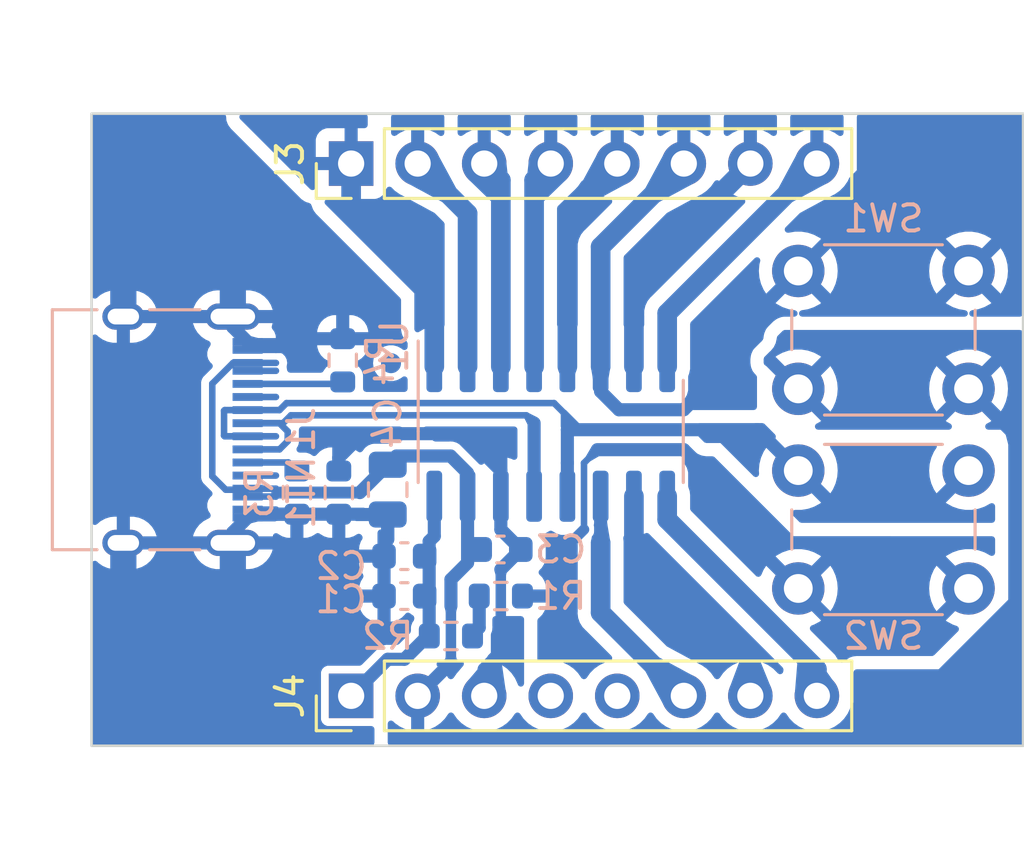
<source format=kicad_pcb>
(kicad_pcb (version 20221018) (generator pcbnew)
  (title_block (title "CH552 Breakout Board USB-C") (date "2024-03-17") (rev "A"))
  (layers (0 "F.Cu" signal) (31 "B.Cu" signal) (34 "B.Paste" user) (35 "F.Paste" user) (36 "B.SilkS" user "B.Silkscreen") (37 "F.SilkS" user "F.Silkscreen") (38 "B.Mask" user) (39 "F.Mask" user) (44 "Edge.Cuts" user))
  (net 0 "")
  (net 1 "+3V3")
  (net 2 "GND")
  (net 3 "+5V")
  (net 4 "Net-(J3-Pin_8)")
  (net 5 "Net-(J3-Pin_7)")
  (net 6 "Net-(J3-Pin_5)")
  (net 7 "Net-(J3-Pin_4)")
  (net 8 "/RST")
  (net 9 "Net-(J3-Pin_3)")
  (net 10 "Net-(J3-Pin_2)")
  (net 11 "Net-(J3-Pin_1)")
  (net 12 "Net-(J4-Pin_8)")
  (net 13 "Net-(J4-Pin_7)")
  (net 14 "Net-(J4-Pin_6)")
  (net 15 "/USB_DP")
  (net 16 "/USB_DN")
  (net 19 "Net-(R1-Pad1)")
  (net 20 "Net-(R1-Pad2)")
  (net 21 "Net-(J1-CC1)")
  (net 22 "unconnected-(J1-SBU1-PadA8)")
  (net 23 "Net-(J1-CC2)")
  (net 24 "unconnected-(J1-SBU2-PadB8)")
  (net 25 "GNDD")
  (footprint "Connector_PinHeader_2.54mm:PinHeader_1x08_P2.54mm_Vertical" (layer "F.Cu") (at 136.907 111.759 90)
    (fp_text reference "J4" (at 0 -2.33 90) (layer "F.SilkS"))
    (fp_text value "Conn_01x08_Pin")
    (fp_line (start -1.33 -1.33) (end 0 -1.33) (stroke (width 0.12)) (layer "F.SilkS"))
    (fp_line (start -1.33 0) (end -1.33 -1.33) (stroke (width 0.12)) (layer "F.SilkS"))
    (fp_line (start -1.33 1.27) (end -1.33 19.11) (stroke (width 0.12)) (layer "F.SilkS"))
    (fp_line (start -1.33 1.27) (end 1.33 1.27) (stroke (width 0.12)) (layer "F.SilkS"))
    (fp_line (start -1.33 19.11) (end 1.33 19.11) (stroke (width 0.12)) (layer "F.SilkS"))
    (fp_line (start 1.33 1.27) (end 1.33 19.11) (stroke (width 0.12)) (layer "F.SilkS"))
    (pad "1" thru_hole rect (at 0 0 90) (size 1.7 1.7) (drill 1) (layers "*.Cu" "*.Mask") (net 1 "+3V3"))
    (pad "2" thru_hole oval (at 0 2.54 90) (size 1.7 1.7) (drill 1) (layers "*.Cu" "*.Mask") (net 3 "+5V"))
    (pad "3" thru_hole oval (at 0 5.08 90) (size 1.7 1.7) (drill 1) (layers "*.Cu" "*.Mask") (net 25 "GNDD"))
    (pad "4" thru_hole oval (at 0 7.62 90) (size 1.7 1.7) (drill 1) (layers "*.Cu" "*.Mask"))
    (pad "5" thru_hole oval (at 0 10.16 90) (size 1.7 1.7) (drill 1) (layers "*.Cu" "*.Mask"))
    (pad "6" thru_hole oval (at 0 12.7 90) (size 1.7 1.7) (drill 1) (layers "*.Cu" "*.Mask") (net 14 "Net-(J4-Pin_6)"))
    (pad "7" thru_hole oval (at 0 15.24 90) (size 1.7 1.7) (drill 1) (layers "*.Cu" "*.Mask") (net 13 "Net-(J4-Pin_7)"))
    (pad "8" thru_hole oval (at 0 17.78 90) (size 1.7 1.7) (drill 1) (layers "*.Cu" "*.Mask") (net 12 "Net-(J4-Pin_8)"))
  )
  (footprint "Connector_PinHeader_2.54mm:PinHeader_1x08_P2.54mm_Vertical" (layer "F.Cu") (at 136.907 91.439 90)
    (fp_text reference "J3" (at 0 -2.33 90) (layer "F.SilkS"))
    (fp_text value "Conn_01x08_Pin")
    (fp_line (start -1.33 -1.33) (end 0 -1.33) (stroke (width 0.12)) (layer "F.SilkS"))
    (fp_line (start -1.33 0) (end -1.33 -1.33) (stroke (width 0.12)) (layer "F.SilkS"))
    (fp_line (start -1.33 1.27) (end -1.33 19.11) (stroke (width 0.12)) (layer "F.SilkS"))
    (fp_line (start -1.33 1.27) (end 1.33 1.27) (stroke (width 0.12)) (layer "F.SilkS"))
    (fp_line (start -1.33 19.11) (end 1.33 19.11) (stroke (width 0.12)) (layer "F.SilkS"))
    (fp_line (start 1.33 1.27) (end 1.33 19.11) (stroke (width 0.12)) (layer "F.SilkS"))
    (pad "1" thru_hole rect (at 0 0 90) (size 1.7 1.7) (drill 1) (layers "*.Cu" "*.Mask") (net 11 "Net-(J3-Pin_1)"))
    (pad "2" thru_hole oval (at 0 2.54 90) (size 1.7 1.7) (drill 1) (layers "*.Cu" "*.Mask") (net 10 "Net-(J3-Pin_2)"))
    (pad "3" thru_hole oval (at 0 5.08 90) (size 1.7 1.7) (drill 1) (layers "*.Cu" "*.Mask") (net 9 "Net-(J3-Pin_3)"))
    (pad "4" thru_hole oval (at 0 7.62 90) (size 1.7 1.7) (drill 1) (layers "*.Cu" "*.Mask") (net 7 "Net-(J3-Pin_4)"))
    (pad "5" thru_hole oval (at 0 10.16 90) (size 1.7 1.7) (drill 1) (layers "*.Cu" "*.Mask") (net 6 "Net-(J3-Pin_5)"))
    (pad "6" thru_hole oval (at 0 12.7 90) (size 1.7 1.7) (drill 1) (layers "*.Cu" "*.Mask") (net 8 "/RST"))
    (pad "7" thru_hole oval (at 0 15.24 90) (size 1.7 1.7) (drill 1) (layers "*.Cu" "*.Mask") (net 5 "Net-(J3-Pin_7)"))
    (pad "8" thru_hole oval (at 0 17.78 90) (size 1.7 1.7) (drill 1) (layers "*.Cu" "*.Mask") (net 4 "Net-(J3-Pin_8)"))
  )
  (footprint "Button_Switch_THT:SW_PUSH_6mm" (layer "B.Cu") (at 160.477 95.539 180)
    (fp_text reference "SW1" (at 3.25 2) (layer "B.SilkS") (effects (justify mirror)))
    (fp_text value "SW_Push")
    (fp_line (start -0.25 -1.5) (end -0.25 -3) (stroke (width 0.12)) (layer "B.SilkS"))
    (fp_line (start 1 -5.5) (end 5.5 -5.5) (stroke (width 0.12)) (layer "B.SilkS"))
    (fp_line (start 5.5 1) (end 1 1) (stroke (width 0.12)) (layer "B.SilkS"))
    (fp_line (start 6.75 -3) (end 6.75 -1.5) (stroke (width 0.12)) (layer "B.SilkS"))
    (pad "1" thru_hole circle (at 0 0 90) (size 2 2) (drill 1.1) (layers "*.Cu" "*.Mask") (net 8 "/RST"))
    (pad "1" thru_hole circle (at 6.5 0 90) (size 2 2) (drill 1.1) (layers "*.Cu" "*.Mask") (net 8 "/RST"))
    (pad "2" thru_hole circle (at 0 -4.5 90) (size 2 2) (drill 1.1) (layers "*.Cu" "*.Mask") (net 3 "+5V"))
    (pad "2" thru_hole circle (at 6.5 -4.5 90) (size 2 2) (drill 1.1) (layers "*.Cu" "*.Mask") (net 3 "+5V"))
  )
  (footprint "Button_Switch_THT:SW_PUSH_6mm" (layer "B.Cu") (at 160.477 103.159 180)
    (fp_text reference "SW2" (at 3.25 -6.314) (layer "B.SilkS") (effects (justify mirror)))
    (fp_text value "SW_Push")
    (fp_line (start -0.25 -1.5) (end -0.25 -3) (stroke (width 0.12)) (layer "B.SilkS"))
    (fp_line (start 1 -5.5) (end 5.5 -5.5) (stroke (width 0.12)) (layer "B.SilkS"))
    (fp_line (start 5.5 1) (end 1 1) (stroke (width 0.12)) (layer "B.SilkS"))
    (fp_line (start 6.75 -3) (end 6.75 -1.5) (stroke (width 0.12)) (layer "B.SilkS"))
    (pad "1" thru_hole circle (at 0 0 90) (size 2 2) (drill 1.1) (layers "*.Cu" "*.Mask") (net 15 "/USB_DP"))
    (pad "1" thru_hole circle (at 6.5 0 90) (size 2 2) (drill 1.1) (layers "*.Cu" "*.Mask") (net 15 "/USB_DP"))
    (pad "2" thru_hole circle (at 0 -4.5 90) (size 2 2) (drill 1.1) (layers "*.Cu" "*.Mask") (net 19 "Net-(R1-Pad1)"))
    (pad "2" thru_hole circle (at 6.5 -4.5 90) (size 2 2) (drill 1.1) (layers "*.Cu" "*.Mask") (net 19 "Net-(R1-Pad1)"))
  )
  (footprint "Resistor_SMD:R_0603_1608Metric" (layer "B.Cu") (at 134.836 104 -90)
    (fp_text reference "R3" (at 0 1.43 90) (layer "B.SilkS") (effects (justify mirror)))
    (fp_text value "5.1k")
    (fp_line (start -0.237258 -0.5225) (end 0.237258 -0.5225) (stroke (width 0.12)) (layer "B.SilkS"))
    (fp_line (start -0.237258 0.5225) (end 0.237258 0.5225) (stroke (width 0.12)) (layer "B.SilkS"))
    (pad "1" smd roundrect (at -0.825 0 270) (size 0.8 0.95) (layers "B.Cu" "B.Paste" "B.Mask") (net 21 "Net-(J1-CC1)"))
    (pad "2" smd roundrect (at 0.825 0 270) (size 0.8 0.95) (layers "B.Cu" "B.Paste" "B.Mask") (net 2 "GND"))
  )
  (footprint "Resistor_SMD:R_0603_1608Metric" (layer "B.Cu") (at 142.622 107.949 180)
    (fp_text reference "R1" (at -2.285 -0.001) (layer "B.SilkS") (effects (justify mirror)))
    (fp_text value "103")
    (fp_line (start -0.237258 -0.5225) (end 0.237258 -0.5225) (stroke (width 0.12)) (layer "B.SilkS"))
    (fp_line (start -0.237258 0.5225) (end 0.237258 0.5225) (stroke (width 0.12)) (layer "B.SilkS"))
    (pad "1" smd roundrect (at -0.825 0 180) (size 0.8 0.95) (layers "B.Cu" "B.Paste" "B.Mask") (net 19 "Net-(R1-Pad1)"))
    (pad "2" smd roundrect (at 0.825 0 180) (size 0.8 0.95) (layers "B.Cu" "B.Paste" "B.Mask") (net 20 "Net-(R1-Pad2)"))
  )
  (footprint "Capacitor_SMD:C_0603_1608Metric" (layer "B.Cu") (at 142.609 106.171)
    (fp_text reference "C3" (at 2.298 0.001 180) (layer "B.SilkS") (effects (justify mirror)))
    (fp_text value "104")
    (fp_line (start -0.14058 -0.51) (end 0.14058 -0.51) (stroke (width 0.12)) (layer "B.SilkS"))
    (fp_line (start -0.14058 0.51) (end 0.14058 0.51) (stroke (width 0.12)) (layer "B.SilkS"))
    (pad "1" smd roundrect (at -0.775 0) (size 0.9 0.95) (layers "B.Cu" "B.Paste" "B.Mask") (net 3 "+5V"))
    (pad "2" smd roundrect (at 0.775 0) (size 0.9 0.95) (layers "B.Cu" "B.Paste" "B.Mask") (net 25 "GNDD"))
  )
  (footprint "Package_SO:SOIC-16_3.9x9.9mm_P1.27mm" (layer "B.Cu") (at 144.527 101.664 -90)
    (fp_text reference "U1" (at -3.24 5.969 90) (layer "B.SilkS") (effects (justify mirror)))
    (fp_text value "CH552G")
    (fp_line (start 0 -5.06) (end -1.95 -5.06) (stroke (width 0.12)) (layer "B.SilkS"))
    (fp_line (start 0 -5.06) (end 1.95 -5.06) (stroke (width 0.12)) (layer "B.SilkS"))
    (fp_line (start 0 5.06) (end -3.45 5.06) (stroke (width 0.12)) (layer "B.SilkS"))
    (fp_line (start 0 5.06) (end 1.95 5.06) (stroke (width 0.12)) (layer "B.SilkS"))
    (pad "1" smd roundrect (at -2.475 4.445 270) (size 1.95 0.6) (layers "B.Cu" "B.Paste" "B.Mask") (net 11 "Net-(J3-Pin_1)"))
    (pad "2" smd roundrect (at -2.475 3.175 270) (size 1.95 0.6) (layers "B.Cu" "B.Paste" "B.Mask") (net 10 "Net-(J3-Pin_2)"))
    (pad "3" smd roundrect (at -2.475 1.905 270) (size 1.95 0.6) (layers "B.Cu" "B.Paste" "B.Mask") (net 9 "Net-(J3-Pin_3)"))
    (pad "4" smd roundrect (at -2.475 0.635 270) (size 1.95 0.6) (layers "B.Cu" "B.Paste" "B.Mask") (net 7 "Net-(J3-Pin_4)"))
    (pad "5" smd roundrect (at -2.475 -0.635 270) (size 1.95 0.6) (layers "B.Cu" "B.Paste" "B.Mask") (net 6 "Net-(J3-Pin_5)"))
    (pad "6" smd roundrect (at -2.475 -1.905 270) (size 1.95 0.6) (layers "B.Cu" "B.Paste" "B.Mask") (net 8 "/RST"))
    (pad "7" smd roundrect (at -2.475 -3.175 270) (size 1.95 0.6) (layers "B.Cu" "B.Paste" "B.Mask") (net 5 "Net-(J3-Pin_7)"))
    (pad "8" smd roundrect (at -2.475 -4.445 270) (size 1.95 0.6) (layers "B.Cu" "B.Paste" "B.Mask") (net 4 "Net-(J3-Pin_8)"))
    (pad "9" smd roundrect (at 2.475 -4.445 270) (size 1.95 0.6) (layers "B.Cu" "B.Paste" "B.Mask") (net 12 "Net-(J4-Pin_8)"))
    (pad "10" smd roundrect (at 2.475 -3.175 270) (size 1.95 0.6) (layers "B.Cu" "B.Paste" "B.Mask") (net 13 "Net-(J4-Pin_7)"))
    (pad "11" smd roundrect (at 2.475 -1.905 270) (size 1.95 0.6) (layers "B.Cu" "B.Paste" "B.Mask") (net 14 "Net-(J4-Pin_6)"))
    (pad "12" smd roundrect (at 2.475 -0.635 270) (size 1.95 0.6) (layers "B.Cu" "B.Paste" "B.Mask") (net 15 "/USB_DP"))
    (pad "13" smd roundrect (at 2.475 0.635 270) (size 1.95 0.6) (layers "B.Cu" "B.Paste" "B.Mask") (net 16 "/USB_DN"))
    (pad "14" smd roundrect (at 2.475 1.905 270) (size 1.95 0.6) (layers "B.Cu" "B.Paste" "B.Mask") (net 25 "GNDD"))
    (pad "15" smd roundrect (at 2.475 3.175 270) (size 1.95 0.6) (layers "B.Cu" "B.Paste" "B.Mask") (net 3 "+5V"))
    (pad "16" smd roundrect (at 2.475 4.445 270) (size 1.95 0.6) (layers "B.Cu" "B.Paste" "B.Mask") (net 1 "+3V3"))
  )
  (footprint "Resistor_SMD:R_0603_1608Metric" (layer "B.Cu") (at 136.436 104 -90)
    (fp_text reference "NT1" (at 0 1.43 90) (layer "B.SilkS") (effects (justify mirror)))
    (fp_text value "NetTie_2")
    (fp_line (start -0.237258 -0.5225) (end 0.237258 -0.5225) (stroke (width 0.12)) (layer "B.SilkS"))
    (fp_line (start -0.237258 0.5225) (end 0.237258 0.5225) (stroke (width 0.12)) (layer "B.SilkS"))
    (pad "1" smd roundrect (at -0.825 0 270) (size 0.8 0.95) (layers "B.Cu" "B.Paste" "B.Mask") (net 25 "GNDD"))
    (pad "2" smd roundrect (at 0.825 0 270) (size 0.8 0.95) (layers "B.Cu" "B.Paste" "B.Mask") (net 2 "GND"))
  )
  (footprint "Capacitor_SMD:C_0603_1608Metric" (layer "B.Cu") (at 138.938 106.426 180)
    (fp_text reference "C2" (at 2.413 -0.381) (layer "B.SilkS") (effects (justify mirror)))
    (fp_text value "104")
    (fp_line (start -0.14058 -0.51) (end 0.14058 -0.51) (stroke (width 0.12)) (layer "B.SilkS"))
    (fp_line (start -0.14058 0.51) (end 0.14058 0.51) (stroke (width 0.12)) (layer "B.SilkS"))
    (pad "1" smd roundrect (at -0.775 0 180) (size 0.9 0.95) (layers "B.Cu" "B.Paste" "B.Mask") (net 1 "+3V3"))
    (pad "2" smd roundrect (at 0.775 0 180) (size 0.9 0.95) (layers "B.Cu" "B.Paste" "B.Mask") (net 2 "GND"))
  )
  (footprint "Capacitor_SMD:C_0603_1608Metric" (layer "B.Cu") (at 138.938 107.95 180)
    (fp_text reference "C1" (at 2.413 -0.127) (layer "B.SilkS") (effects (justify mirror)))
    (fp_text value "104")
    (fp_line (start -0.14058 -0.51) (end 0.14058 -0.51) (stroke (width 0.12)) (layer "B.SilkS"))
    (fp_line (start -0.14058 0.51) (end 0.14058 0.51) (stroke (width 0.12)) (layer "B.SilkS"))
    (pad "1" smd roundrect (at -0.775 0 180) (size 0.9 0.95) (layers "B.Cu" "B.Paste" "B.Mask") (net 1 "+3V3"))
    (pad "2" smd roundrect (at 0.775 0 180) (size 0.9 0.95) (layers "B.Cu" "B.Paste" "B.Mask") (net 2 "GND"))
  )
  (footprint "Resistor_SMD:R_0603_1608Metric" (layer "B.Cu") (at 140.716 109.474 180)
    (fp_text reference "R2" (at 2.413 0) (layer "B.SilkS") (effects (justify mirror)))
    (fp_text value "0")
    (fp_line (start -0.237258 -0.5225) (end 0.237258 -0.5225) (stroke (width 0.12)) (layer "B.SilkS"))
    (fp_line (start -0.237258 0.5225) (end 0.237258 0.5225) (stroke (width 0.12)) (layer "B.SilkS"))
    (pad "1" smd roundrect (at -0.825 0 180) (size 0.8 0.95) (layers "B.Cu" "B.Paste" "B.Mask") (net 20 "Net-(R1-Pad2)"))
    (pad "2" smd roundrect (at 0.825 0 180) (size 0.8 0.95) (layers "B.Cu" "B.Paste" "B.Mask") (net 1 "+3V3"))
  )
  (footprint "Resistor_SMD:R_0603_1608Metric" (layer "B.Cu") (at 136.586 98.95 90)
    (fp_text reference "R4" (at 0 1.43 90) (layer "B.SilkS") (effects (justify mirror)))
    (fp_text value "5.1k")
    (fp_line (start -0.237258 -0.5225) (end 0.237258 -0.5225) (stroke (width 0.12)) (layer "B.SilkS"))
    (fp_line (start -0.237258 0.5225) (end 0.237258 0.5225) (stroke (width 0.12)) (layer "B.SilkS"))
    (pad "1" smd roundrect (at -0.825 0 90) (size 0.8 0.95) (layers "B.Cu" "B.Paste" "B.Mask") (net 23 "Net-(J1-CC2)"))
    (pad "2" smd roundrect (at 0.825 0 90) (size 0.8 0.95) (layers "B.Cu" "B.Paste" "B.Mask") (net 2 "GND"))
  )
  (footprint "Connector_USB:USB_C_Receptacle_XKB_U262-16XN-4BVC11" (layer "B.Cu") (at 129.286 101.6 90)
    (fp_text reference "J1" (at 0 5.715 90) (layer "B.SilkS") (effects (justify mirror)))
    (fp_text value "USB_C_Receptacle_USB2.0_16P")
    (fp_line (start -4.58 -3.785) (end -4.58 -2.08) (stroke (width 0.12)) (layer "B.SilkS"))
    (fp_line (start -4.58 1.85) (end -4.58 -0.07) (stroke (width 0.12)) (layer "B.SilkS"))
    (fp_line (start 4.58 -3.785) (end -4.58 -3.785) (stroke (width 0.12)) (layer "B.SilkS"))
    (fp_line (start 4.58 -2.08) (end 4.58 -3.785) (stroke (width 0.12)) (layer "B.SilkS"))
    (fp_line (start 4.58 -0.07) (end 4.58 1.85) (stroke (width 0.12)) (layer "B.SilkS"))
    (pad "" np_thru_hole circle (at -2.89 2.605 90) (size 0.65 0.65) (drill 0.65) (layers "*.Cu" "*.Mask"))
    (pad "" np_thru_hole circle (at 2.89 2.605 90) (size 0.65 0.65) (drill 0.65) (layers "*.Cu" "*.Mask"))
    (pad "A1" smd rect (at -3.35 3.67 90) (size 0.3 1.15) (layers "B.Cu" "B.Paste" "B.Mask") (net 2 "GND"))
    (pad "A4" smd rect (at -2.55 3.67 90) (size 0.3 1.15) (layers "B.Cu" "B.Paste" "B.Mask") (net 3 "+5V"))
    (pad "A5" smd rect (at -1.25 3.67 90) (size 0.3 1.15) (layers "B.Cu" "B.Paste" "B.Mask") (net 21 "Net-(J1-CC1)"))
    (pad "A6" smd rect (at -0.25 3.67 90) (size 0.3 1.15) (layers "B.Cu" "B.Paste" "B.Mask") (net 15 "/USB_DP"))
    (pad "A7" smd rect (at 0.25 3.67 90) (size 0.3 1.15) (layers "B.Cu" "B.Paste" "B.Mask") (net 16 "/USB_DN"))
    (pad "A8" smd rect (at 1.25 3.67 90) (size 0.3 1.15) (layers "B.Cu" "B.Paste" "B.Mask") (net 22 "unconnected-(J1-SBU1-PadA8)"))
    (pad "A9" smd rect (at 2.55 3.67 90) (size 0.3 1.15) (layers "B.Cu" "B.Paste" "B.Mask") (net 3 "+5V"))
    (pad "A12" smd rect (at 3.35 3.67 90) (size 0.3 1.15) (layers "B.Cu" "B.Paste" "B.Mask") (net 2 "GND"))
    (pad "B1" smd rect (at 3.05 3.67 90) (size 0.3 1.15) (layers "B.Cu" "B.Paste" "B.Mask") (net 2 "GND"))
    (pad "B4" smd rect (at 2.25 3.67 90) (size 0.3 1.15) (layers "B.Cu" "B.Paste" "B.Mask") (net 3 "+5V"))
    (pad "B5" smd rect (at 1.75 3.67 90) (size 0.3 1.15) (layers "B.Cu" "B.Paste" "B.Mask") (net 23 "Net-(J1-CC2)"))
    (pad "B6" smd rect (at 0.75 3.67 90) (size 0.3 1.15) (layers "B.Cu" "B.Paste" "B.Mask") (net 15 "/USB_DP"))
    (pad "B7" smd rect (at -0.75 3.67 90) (size 0.3 1.15) (layers "B.Cu" "B.Paste" "B.Mask") (net 16 "/USB_DN"))
    (pad "B8" smd rect (at -1.75 3.67 90) (size 0.3 1.15) (layers "B.Cu" "B.Paste" "B.Mask") (net 24 "unconnected-(J1-SBU2-PadB8)"))
    (pad "B9" smd rect (at -2.25 3.67 90) (size 0.3 1.15) (layers "B.Cu" "B.Paste" "B.Mask") (net 3 "+5V"))
    (pad "B12" smd rect (at -3.05 3.67 90) (size 0.3 1.15) (layers "B.Cu" "B.Paste" "B.Mask") (net 2 "GND"))
    (pad "S1" thru_hole oval (at -4.32 -1.075 90) (size 1 1.6) (drill oval 0.6 1.2) (layers "*.Cu" "*.Mask") (net 2 "GND"))
    (pad "S1" thru_hole oval (at -4.32 3.105 90) (size 1 2.1) (drill oval 0.6 1.7) (layers "*.Cu" "*.Mask") (net 2 "GND"))
    (pad "S1" thru_hole oval (at 4.32 -1.075 90) (size 1 1.6) (drill oval 0.6 1.2) (layers "*.Cu" "*.Mask") (net 2 "GND"))
    (pad "S1" thru_hole oval (at 4.32 3.105 90) (size 1 2.1) (drill oval 0.6 1.7) (layers "*.Cu" "*.Mask") (net 2 "GND"))
  )
  (footprint "Capacitor_SMD:C_0805_2012Metric" (layer "B.Cu") (at 138.303 103.886 -90)
    (fp_text reference "C4" (at -2.54 0 90) (layer "B.SilkS") (effects (justify mirror)))
    (fp_text value "105")
    (fp_line (start -0.261252 -0.735) (end 0.261252 -0.735) (stroke (width 0.12)) (layer "B.SilkS"))
    (fp_line (start -0.261252 0.735) (end 0.261252 0.735) (stroke (width 0.12)) (layer "B.SilkS"))
    (pad "1" smd roundrect (at -0.95 0 270) (size 1 1.45) (layers "B.Cu" "B.Paste" "B.Mask") (net 3 "+5V"))
    (pad "2" smd roundrect (at 0.95 0 270) (size 1 1.45) (layers "B.Cu" "B.Paste" "B.Mask") (net 2 "GND"))
  )
  (gr_circle (center 138.43 99.06) (end 138.811 99.06) (fill solid) (layer "B.Cu"))
  (gr_rect (start 127 89.535) (end 162.56 113.665) (stroke (width 0.1)) (fill none) (layer "Edge.Cuts"))
  (segment (start 136.907 111.759) (end 138.303 110.363) (width 0.5) (layer "B.Cu") (net 1))
  (segment (start 138.938 110.363) (end 139.886 109.415) (width 0.5) (layer "B.Cu") (net 1))
  (segment (start 139.886 109.415) (end 139.886 105.859) (width 0.5) (layer "B.Cu") (net 1))
  (segment (start 140.082 105.663) (end 140.082 104.139) (width 0.5) (layer "B.Cu") (net 1))
  (segment (start 139.886 105.859) (end 140.082 105.663) (width 0.5) (layer "B.Cu") (net 1))
  (segment (start 138.303 110.363) (end 138.938 110.363) (width 0.5) (layer "B.Cu") (net 1))
  (segment (start 128.211 107.891) (end 128.397 108.077) (width 1) (layer "B.Cu") (net 2))
  (segment (start 132.956 104.65) (end 134.036 104.65) (width 0.25) (layer "B.Cu") (net 2))
  (segment (start 132.956 98.55) (end 134.036 98.55) (width 0.25) (layer "B.Cu") (net 2))
  (segment (start 128.211 97.28) (end 128.211 95.309) (width 1) (layer "B.Cu") (net 2))
  (segment (start 132.391 97.28) (end 132.391 97.685) (width 0.5) (layer "B.Cu") (net 2))
  (segment (start 134.036 98.55) (end 134.836 98.55) (width 0.25) (layer "B.Cu") (net 2))
  (segment (start 134.061 104.825) (end 134.836 104.825) (width 0.5) (layer "B.Cu") (net 2))
  (segment (start 132.391 105.515) (end 132.956 104.95) (width 0.5) (layer "B.Cu") (net 2))
  (segment (start 132.391 105.92) (end 132.391 105.515) (width 0.5) (layer "B.Cu") (net 2))
  (segment (start 132.956 98.25) (end 134.036 98.25) (width 0.25) (layer "B.Cu") (net 2))
  (segment (start 132.391 105.92) (end 132.391 107.639) (width 1) (layer "B.Cu") (net 2))
  (segment (start 132.391 95.307) (end 132.207 95.123) (width 1) (layer "B.Cu") (net 2))
  (segment (start 132.391 107.639) (end 132.334 107.696) (width 1) (layer "B.Cu") (net 2))
  (segment (start 138.292 104.825) (end 138.303 104.836) (width 0.4) (layer "B.Cu") (net 2))
  (segment (start 128.211 105.92) (end 128.211 107.891) (width 1) (layer "B.Cu") (net 2))
  (segment (start 134.036 104.8) (end 134.061 104.825) (width 0.5) (layer "B.Cu") (net 2))
  (segment (start 134.036 104.65) (end 134.036 104.8) (width 0.25) (layer "B.Cu") (net 2))
  (segment (start 132.391 97.28) (end 132.391 95.307) (width 1) (layer "B.Cu") (net 2))
  (segment (start 128.211 95.309) (end 128.524 94.996) (width 1) (layer "B.Cu") (net 2))
  (segment (start 136.436 104.825) (end 138.292 104.825) (width 0.4) (layer "B.Cu") (net 2))
  (segment (start 138.163 106.426) (end 138.163 105.931) (width 0.5) (layer "B.Cu") (net 2))
  (segment (start 134.036 104.8) (end 134.036 104.95) (width 0.25) (layer "B.Cu") (net 2))
  (segment (start 138.303 105.791) (end 138.303 104.836) (width 0.5) (layer "B.Cu") (net 2))
  (segment (start 134.836 104.825) (end 136.436 104.825) (width 0.4) (layer "B.Cu") (net 2))
  (segment (start 132.956 104.95) (end 134.036 104.95) (width 0.25) (layer "B.Cu") (net 2))
  (segment (start 132.391 97.685) (end 132.956 98.25) (width 0.5) (layer "B.Cu") (net 2))
  (segment (start 138.163 105.931) (end 138.303 105.791) (width 0.5) (layer "B.Cu") (net 2))
  (segment (start 140.716 110.488) (end 140.716 108.332) (width 0.4) (layer "B.Cu") (net 3))
  (segment (start 141.352 106.68) (end 140.717 107.315) (width 0.5) (layer "B.Cu") (net 3))
  (segment (start 139.447 111.759) (end 139.447 113.539) (width 0.25) (layer "B.Cu") (net 3))
  (segment (start 131.606 103.375) (end 131.606 99.843528) (width 0.25) (layer "B.Cu") (net 3))
  (segment (start 131.606 99.843528) (end 132.399528 99.05) (width 0.25) (layer "B.Cu") (net 3))
  (segment (start 132.956 99.35) (end 134.036 99.35) (width 0.25) (layer "B.Cu") (net 3))
  (segment (start 140.716 108.332) (end 140.717 108.331) (width 0.25) (layer "B.Cu") (net 3))
  (segment (start 138.637 102.602) (end 138.303 102.936) (width 0.5) (layer "B.Cu") (net 3))
  (segment (start 132.399528 99.05) (end 132.956 99.05) (width 0.25) (layer "B.Cu") (net 3))
  (segment (start 132.121 103.89) (end 131.606 103.375) (width 0.25) (layer "B.Cu") (net 3))
  (segment (start 141.352 103.25) (end 140.704 102.602) (width 0.5) (layer "B.Cu") (net 3))
  (segment (start 160.493 100.039) (end 162.1165 101.6625) (width 0.5) (layer "B.Cu") (net 3))
  (segment (start 140.704 102.602) (end 138.637 102.602) (width 0.5) (layer "B.Cu") (net 3))
  (segment (start 162.1165 108.1395) (end 162.1165 101.6625) (width 0.25) (layer "B.Cu") (net 3))
  (segment (start 156.717 113.539) (end 162.1165 108.1395) (width 0.25) (layer "B.Cu") (net 3))
  (segment (start 132.696 103.89) (end 132.121 103.89) (width 0.25) (layer "B.Cu") (net 3))
  (segment (start 134.036 103.85) (end 134.036 104) (width 0.25) (layer "B.Cu") (net 3))
  (segment (start 140.717 110.489) (end 140.716 110.488) (width 0.25) (layer "B.Cu") (net 3))
  (segment (start 141.352 104.139) (end 141.352 103.25) (width 0.25) (layer "B.Cu") (net 3))
  (segment (start 140.717 107.315) (end 140.717 108.331) (width 0.5) (layer "B.Cu") (net 3))
  (segment (start 140.717 110.489) (end 139.447 111.759) (width 0.5) (layer "B.Cu") (net 3))
  (segment (start 138.303 102.936) (end 137.239 104) (width 0.5) (layer "B.Cu") (net 3))
  (segment (start 134.036 104) (end 134.036 104.15) (width 0.25) (layer "B.Cu") (net 3))
  (segment (start 132.956 104.15) (end 132.696 103.89) (width 0.25) (layer "B.Cu") (net 3))
  (segment (start 132.956 99.05) (end 134.036 99.05) (width 0.25) (layer "B.Cu") (net 3))
  (segment (start 160.477 100.039) (end 160.493 100.039) (width 0.25) (layer "B.Cu") (net 3))
  (segment (start 132.956 104.15) (end 134.036 104.15) (width 0.25) (layer "B.Cu") (net 3))
  (segment (start 139.447 113.539) (end 156.717 113.539) (width 0.25) (layer "B.Cu") (net 3))
  (segment (start 141.352 104.139) (end 141.352 106.68) (width 0.5) (layer "B.Cu") (net 3))
  (segment (start 135.936 104) (end 134.086 104) (width 0.45) (layer "B.Cu") (net 3))
  (segment (start 132.956 103.85) (end 134.036 103.85) (width 0.25) (layer "B.Cu") (net 3))
  (segment (start 137.239 104) (end 135.436 104) (width 0.45) (layer "B.Cu") (net 3))
  (segment (start 148.972 97.154) (end 154.687 91.439) (width 0.75) (layer "B.Cu") (net 4))
  (segment (start 148.972 99.189) (end 148.972 97.154) (width 0.75) (layer "B.Cu") (net 4))
  (segment (start 147.702 99.189) (end 147.702 95.884) (width 0.75) (layer "B.Cu") (net 5))
  (segment (start 147.702 95.884) (end 152.147 91.439) (width 0.75) (layer "B.Cu") (net 5))
  (segment (start 147.067 91.439) (end 145.162 93.344) (width 0.75) (layer "B.Cu") (net 6))
  (segment (start 145.162 93.344) (end 145.162 99.189) (width 0.75) (layer "B.Cu") (net 6))
  (segment (start 145.162 99.948) (end 145.162 99.189) (width 0.25) (layer "B.Cu") (net 6))
  (segment (start 143.892 99.189) (end 143.892 92.074) (width 0.75) (layer "B.Cu") (net 7))
  (segment (start 143.892 92.074) (end 144.527 91.439) (width 0.75) (layer "B.Cu") (net 7))
  (segment (start 146.432 99.189) (end 146.432 94.614) (width 0.75) (layer "B.Cu") (net 8))
  (segment (start 146.432 99.189) (end 146.432 100.14) (width 0.5) (layer "B.Cu") (net 8))
  (segment (start 152.401 98.043) (end 152.401 97.115) (width 0.5) (layer "B.Cu") (net 8))
  (segment (start 146.432 100.14) (end 147.129 100.837) (width 0.5) (layer "B.Cu") (net 8))
  (segment (start 146.432 94.614) (end 149.607 91.439) (width 0.75) (layer "B.Cu") (net 8))
  (segment (start 149.607 100.837) (end 152.401 98.043) (width 0.5) (layer "B.Cu") (net 8))
  (segment (start 152.401 97.115) (end 153.977 95.539) (width 0.5) (layer "B.Cu") (net 8))
  (segment (start 147.129 100.837) (end 149.607 100.837) (width 0.5) (layer "B.Cu") (net 8))
  (segment (start 142.622 99.189) (end 142.622 92.074) (width 0.75) (layer "B.Cu") (net 9))
  (segment (start 142.622 92.074) (end 141.987 91.439) (width 0.75) (layer "B.Cu") (net 9))
  (segment (start 141.352 99.189) (end 141.352 93.344) (width 0.75) (layer "B.Cu") (net 10))
  (segment (start 141.352 93.344) (end 139.447 91.439) (width 0.75) (layer "B.Cu") (net 10))
  (segment (start 140.082 99.189) (end 140.082 95.884) (width 0.75) (layer "B.Cu") (net 11))
  (segment (start 137.415 93.217) (end 137.161 93.217) (width 0.75) (layer "B.Cu") (net 11))
  (segment (start 137.161 93.217) (end 136.907 92.963) (width 0.75) (layer "B.Cu") (net 11))
  (segment (start 136.907 92.963) (end 136.907 91.439) (width 0.75) (layer "B.Cu") (net 11))
  (segment (start 140.082 95.884) (end 137.415 93.217) (width 0.75) (layer "B.Cu") (net 11))
  (segment (start 148.972 105.028) (end 148.972 104.139) (width 0.75) (layer "B.Cu") (net 12))
  (segment (start 154.687 111.759) (end 154.687 110.743) (width 0.75) (layer "B.Cu") (net 12))
  (segment (start 154.687 110.743) (end 148.972 105.028) (width 0.75) (layer "B.Cu") (net 12))
  (segment (start 152.147 111.759) (end 152.147 110.235) (width 0.75) (layer "B.Cu") (net 13))
  (segment (start 152.147 110.235) (end 147.702 105.79) (width 0.75) (layer "B.Cu") (net 13))
  (segment (start 147.702 105.79) (end 147.702 104.139) (width 0.75) (layer "B.Cu") (net 13))
  (segment (start 146.432 108.584) (end 146.432 105.917) (width 0.75) (layer "B.Cu") (net 14))
  (segment (start 146.432 105.917) (end 146.432 104.139) (width 0.5) (layer "B.Cu") (net 14))
  (segment (start 149.607 111.759) (end 146.432 108.584) (width 0.75) (layer "B.Cu") (net 14))
  (segment (start 159.115 104.521) (end 159.004 104.521) (width 0.25) (layer "B.Cu") (net 15))
  (segment (start 145.162 102.869) (end 145.162 101.599) (width 0.5) (layer "B.Cu") (net 15))
  (segment (start 132.056 100.875) (end 132.056 101.825) (width 0.25) (layer "B.Cu") (net 15))
  (segment (start 152.417 101.599) (end 153.977 103.159) (width 0.25) (layer "B.Cu") (net 15))
  (segment (start 132.081 101.85) (end 132.956 101.85) (width 0.25) (layer "B.Cu") (net 15))
  (segment (start 145.162 104.139) (end 145.162 102.869) (width 0.5) (layer "B.Cu") (net 15))
  (segment (start 132.056 101.825) (end 132.081 101.85) (width 0.25) (layer "B.Cu") (net 15))
  (segment (start 144.654 100.583) (end 134.439396 100.583) (width 0.25) (layer "B.Cu") (net 15))
  (segment (start 132.081 100.85) (end 132.056 100.875) (width 0.25) (layer "B.Cu") (net 15))
  (segment (start 160.477 103.159) (end 159.115 104.521) (width 0.25) (layer "B.Cu") (net 15))
  (segment (start 145.162 101.091) (end 144.654 100.583) (width 0.25) (layer "B.Cu") (net 15))
  (segment (start 132.956 100.85) (end 132.081 100.85) (width 0.25) (layer "B.Cu") (net 15))
  (segment (start 134.036 101.85) (end 132.956 101.85) (width 0.25) (layer "B.Cu") (net 15))
  (segment (start 145.162 101.599) (end 152.417 101.599) (width 0.5) (layer "B.Cu") (net 15))
  (segment (start 134.439396 100.583) (end 134.172396 100.85) (width 0.25) (layer "B.Cu") (net 15))
  (segment (start 145.162 102.869) (end 145.162 101.091) (width 0.25) (layer "B.Cu") (net 15))
  (segment (start 134.172396 100.85) (end 132.956 100.85) (width 0.25) (layer "B.Cu") (net 15))
  (segment (start 143.892 101.345) (end 143.596 101.049) (width 0.25) (layer "B.Cu") (net 16))
  (segment (start 134.486 101.663604) (end 134.172396 101.35) (width 0.25) (layer "B.Cu") (net 16))
  (segment (start 134.308792 101.35) (end 132.956 101.35) (width 0.25) (layer "B.Cu") (net 16))
  (segment (start 143.596 101.049) (end 134.609792 101.049) (width 0.25) (layer "B.Cu") (net 16))
  (segment (start 143.892 104.139) (end 143.892 101.345) (width 0.5) (layer "B.Cu") (net 16))
  (segment (start 132.956 102.35) (end 134.172396 102.35) (width 0.25) (layer "B.Cu") (net 16))
  (segment (start 134.172396 101.35) (end 132.956 101.35) (width 0.25) (layer "B.Cu") (net 16))
  (segment (start 134.609792 101.049) (end 134.308792 101.35) (width 0.25) (layer "B.Cu") (net 16))
  (segment (start 134.486 102.036396) (end 134.486 101.663604) (width 0.25) (layer "B.Cu") (net 16))
  (segment (start 134.172396 102.35) (end 134.486 102.036396) (width 0.25) (layer "B.Cu") (net 16))
  (segment (start 153.557 107.239) (end 153.977 107.239) (width 0.5) (layer "B.Cu") (net 19))
  (segment (start 145.797 102.869) (end 146.305 102.361) (width 0.25) (layer "B.Cu") (net 19))
  (segment (start 143.447 107.949) (end 144.527 107.949) (width 0.25) (layer "B.Cu") (net 19))
  (segment (start 145.797 105.409) (end 145.797 102.869) (width 0.25) (layer "B.Cu") (net 19))
  (segment (start 144.622 106.584) (end 145.797 105.409) (width 0.4) (layer "B.Cu") (net 19))
  (segment (start 144.622 107.854) (end 144.622 106.584) (width 0.25) (layer "B.Cu") (net 19))
  (segment (start 146.305 102.361) (end 149.607 102.361) (width 0.5) (layer "B.Cu") (net 19))
  (segment (start 149.607 102.361) (end 150.115 102.869) (width 0.5) (layer "B.Cu") (net 19))
  (segment (start 150.115 102.869) (end 150.115 103.797) (width 0.5) (layer "B.Cu") (net 19))
  (segment (start 144.527 107.949) (end 144.622 107.854) (width 0.25) (layer "B.Cu") (net 19))
  (segment (start 153.977 107.239) (end 153.977 107.659) (width 0.25) (layer "B.Cu") (net 19))
  (segment (start 150.115 103.797) (end 153.557 107.239) (width 0.5) (layer "B.Cu") (net 19))
  (segment (start 141.491 109.461) (end 141.797 109.155) (width 0.5) (layer "B.Cu") (net 20))
  (segment (start 141.797 109.155) (end 141.797 107.949) (width 0.5) (layer "B.Cu") (net 20))
  (segment (start 141.491 109.474) (end 141.491 109.461) (width 0.5) (layer "B.Cu") (net 20))
  (segment (start 132.956 102.85) (end 134.511 102.85) (width 0.25) (layer "B.Cu") (net 21))
  (segment (start 134.511 102.85) (end 134.836 103.175) (width 0.25) (layer "B.Cu") (net 21))
  (segment (start 132.956 100.35) (end 134.036 100.35) (width 0.25) (layer "B.Cu") (net 22))
  (segment (start 136.511 99.85) (end 136.586 99.775) (width 0.25) (layer "B.Cu") (net 23))
  (segment (start 132.956 99.85) (end 136.511 99.85) (width 0.25) (layer "B.Cu") (net 23))
  (segment (start 132.956 103.35) (end 134.036 103.35) (width 0.25) (layer "B.Cu") (net 24))
  (segment (start 142.621 106.934) (end 142.621 108.966) (width 0.4) (layer "B.Cu") (net 25))
  (segment (start 143.384 106.171) (end 142.621 106.934) (width 0.5) (layer "B.Cu") (net 25))
  (segment (start 142.622 104.139) (end 142.622 103.164001) (width 0.5) (layer "B.Cu") (net 25))
  (segment (start 142.621 108.966) (end 142.621 110.109) (width 0.5) (layer "B.Cu") (net 25))
  (segment (start 141.207999 101.75) (end 137.346998 101.75) (width 0.5) (layer "B.Cu") (net 25))
  (segment (start 137.346998 101.75) (end 136.436 102.660998) (width 0.5) (layer "B.Cu") (net 25))
  (segment (start 143.384 106.171) (end 142.622 105.409) (width 0.5) (layer "B.Cu") (net 25))
  (segment (start 142.622 103.164001) (end 141.207999 101.75) (width 0.5) (layer "B.Cu") (net 25))
  (segment (start 141.987 110.743) (end 141.987 111.759) (width 0.5) (layer "B.Cu") (net 25))
  (segment (start 142.622 105.409) (end 142.622 104.139) (width 0.5) (layer "B.Cu") (net 25))
  (segment (start 136.436 102.660998) (end 136.436 103.175) (width 0.5) (layer "B.Cu") (net 25))
  (segment (start 142.621 110.109) (end 142.522 110.208) (width 0.5) (layer "B.Cu") (net 25))
  (segment (start 142.522 110.208) (end 141.987 110.743) (width 0.5) (layer "B.Cu") (net 25))
  (zone (net 2) (net_name "GND") (layer "B.Cu") (priority 2) (connect_pads (clearance 0.3)) (min_thickness 0.25) (fill yes (thermal_gap 0.5) (thermal_bridge_width 0.5))
    (polygon (pts (xy 139.319 110.236) (xy 138.049 110.236) (xy 138.049 113.665) (xy 127 113.665) (xy 127 89.535) (xy 132.08 89.535) (xy 139.065 96.52) (xy 139.065 101.092) (xy 139.065 105.156) (xy 139.319 105.156)))
  )
  (zone (net 15) (net_name "/USB_DP") (layer "B.Cu") (priority 1) (connect_pads (clearance 0.5)) (min_thickness 0.25) (fill yes (thermal_gap 0.5) (thermal_bridge_width 0.5))
    (polygon (pts (xy 161.799 101.853) (xy 153.163 101.853) (xy 152.655 101.345) (xy 149.607 101.345) (xy 149.607 102.107) (xy 151.004 102.107) (xy 154.052 105.155) (xy 161.799 105.155)))
  )
  (zone (net 19) (net_name "Net-(R1-Pad1)") (layer "B.Cu") (connect_pads (clearance 0.5)) (min_thickness 0.25) (fill yes (thermal_gap 0.5) (thermal_bridge_width 0.5))
    (polygon (pts (xy 153.798 105.663) (xy 150.496 102.361) (xy 149.607 102.361) (xy 149.607 104.901) (xy 155.195 110.489) (xy 159.259 110.489) (xy 161.798 107.95) (xy 161.798 105.664)))
  )
  (zone (net 13) (net_name "Net-(J4-Pin_7)") (layer "B.Cu") (priority 4) (connect_pads (clearance 0.5)) (min_thickness 0.25) (fill yes (thermal_gap 0.5) (thermal_bridge_width 0.5))
    (polygon (pts (xy 148.591 103.885) (xy 148.591 105.155) (xy 154.433 110.997) (xy 154.433 111.759) (xy 150.115 111.759) (xy 150.115 110.997) (xy 149.353 110.997) (xy 146.813 108.457) (xy 146.813 103.885)))
  )
  (zone (net 19) (net_name "Net-(R1-Pad1)") (layer "B.Cu") (priority 3) (connect_pads (clearance 0.5)) (min_thickness 0.25) (fill yes (thermal_gap 0.5) (thermal_bridge_width 0.5))
    (polygon (pts (xy 143.765 111.505) (xy 143.765 108.203) (xy 143.003 108.203) (xy 143.003 105.409) (xy 146.051 105.409) (xy 146.051 108.965) (xy 148.591 111.505)))
  )
  (zone (net 25) (net_name "GNDD") (layer "B.Cu") (priority 14) (connect_pads (clearance 0.3)) (min_thickness 0.25) (fill yes (thermal_gap 0.5) (thermal_bridge_width 0.5))
    (polygon (pts (xy 139.319 101.346) (xy 143.256 101.346) (xy 143.256 105.029)))
  )
  (zone (net 10) (net_name "Net-(J3-Pin_2)") (layer "B.Cu") (connect_pads (clearance 0.5)) (min_thickness 0.25) (fill yes (thermal_gap 0.5) (thermal_bridge_width 0.5))
    (polygon (pts (xy 140.971 91.439) (xy 140.971 89.534) (xy 138.431 89.534) (xy 138.431 91.439)))
  )
  (zone (net 9) (net_name "Net-(J3-Pin_3)") (layer "B.Cu") (priority 10) (connect_pads (clearance 0.5)) (min_thickness 0.25) (fill yes (thermal_gap 0.5) (thermal_bridge_width 0.5))
    (polygon (pts (xy 140.971 91.439) (xy 143.003 91.439) (xy 143.003 89.534) (xy 140.971 89.534)))
  )
  (zone (net 25) (net_name "GNDD") (layer "B.Cu") (priority 12) (connect_pads (clearance 0.25)) (min_thickness 0.25) (fill yes (thermal_gap 0.5) (thermal_bridge_width 0.5))
    (polygon (pts (xy 142.24 108.712) (xy 143.51 108.712) (xy 143.51 111.76) (xy 141.859 111.76) (xy 141.859 110.363) (xy 141.986 110.363) (xy 142.24 110.109)))
  )
  (zone (net 5) (net_name "Net-(J3-Pin_7)") (layer "B.Cu") (priority 6) (connect_pads (clearance 0.5)) (min_thickness 0.25) (fill yes (thermal_gap 0.5) (thermal_bridge_width 0.5))
    (polygon (pts (xy 148.591 99.313) (xy 148.591 97.027) (xy 153.163 92.455) (xy 153.163 91.439) (xy 153.163 89.534) (xy 151.131 89.534) (xy 151.131 91.439) (xy 150.115 91.439) (xy 146.813 94.741) (xy 146.813 99.313)))
  )
  (zone (net 25) (net_name "GNDD") (layer "B.Cu") (priority 13) (connect_pads (clearance 0.3)) (min_thickness 0.25) (fill yes (thermal_gap 0.5) (thermal_bridge_width 0.5))
    (polygon (pts (xy 134.486 101.1) (xy 134.486 103.5) (xy 138.886 103.5) (xy 138.886 101.1)))
  )
  (zone (net 8) (net_name "/RST") (layer "B.Cu") (priority 5) (connect_pads (clearance 0.5)) (min_thickness 0.25) (fill yes (thermal_gap 0.5) (thermal_bridge_width 0.5))
    (polygon (pts (xy 152.401 101.091) (xy 149.607 101.091) (xy 149.607 97.535) (xy 154.687 92.455) (xy 155.449 92.455) (xy 156.211 91.693) (xy 156.211 89.534) (xy 162.561 89.534) (xy 162.561 97.535) (xy 153.417 97.535) (xy 152.401 98.551)))
  )
  (zone (net 7) (net_name "Net-(J3-Pin_4)") (layer "B.Cu") (connect_pads (clearance 0.5)) (min_thickness 0.25) (fill yes (thermal_gap 0.5) (thermal_bridge_width 0.5))
    (polygon (pts (xy 143.003 91.439) (xy 146.051 91.439) (xy 146.051 89.534) (xy 143.003 89.534)))
  )
  (zone (net 15) (net_name "/USB_DP") (layer "B.Cu") (priority 9) (connect_pads (clearance 0.25)) (min_thickness 0.25) (fill yes (thermal_gap 0.5) (thermal_bridge_width 0.5))
    (polygon (pts (xy 144.908 101.599) (xy 144.908 100.649) (xy 145.858 101.599)))
  )
  (zone (net 8) (net_name "/RST") (layer "B.Cu") (connect_pads (clearance 0.5)) (min_thickness 0.25) (fill yes (thermal_gap 0.5) (thermal_bridge_width 0.5))
    (polygon (pts (xy 148.083 91.439) (xy 148.083 89.534) (xy 151.131 89.534) (xy 151.131 91.439)))
  )
  (zone (net 11) (net_name "Net-(J3-Pin_1)") (layer "B.Cu") (priority 8) (connect_pads (clearance 0.5)) (min_thickness 0.25) (fill yes (thermal_gap 0.5) (thermal_bridge_width 0.5))
    (polygon (pts (xy 139.319 99.314) (xy 139.319 96.393) (xy 132.461 89.535) (xy 137.541 89.535) (xy 137.541 92.202) (xy 139.319 92.202) (xy 140.589 93.472) (xy 140.589 99.314)))
  )
  (zone (net 3) (net_name "+5V") (layer "B.Cu") (priority 11) (connect_pads (clearance 0.5)) (min_thickness 0.25) (fill yes (thermal_gap 0.5) (thermal_bridge_width 0.5))
    (polygon (pts (xy 138.303 110.363) (xy 138.303 113.665) (xy 162.56 113.665) (xy 162.56 97.79) (xy 153.416 97.79) (xy 152.654 98.552) (xy 152.654 100.965) (xy 153.289 101.6) (xy 162.052 101.6) (xy 162.052 108.077) (xy 159.385 110.744) (xy 156.083 110.744) (xy 156.083 112.014) (xy 141.605 112.014) (xy 141.605 110.363)))
  )
  (zone (net 6) (net_name "Net-(J3-Pin_5)") (layer "B.Cu") (priority 7) (connect_pads (clearance 0.5)) (min_thickness 0.25) (fill yes (thermal_gap 0.5) (thermal_bridge_width 0.5))
    (polygon (pts (xy 146.051 99.313) (xy 146.051 94.487) (xy 148.083 92.455) (xy 148.083 89.534) (xy 146.051 89.534) (xy 146.051 91.185) (xy 144.273 92.963) (xy 144.273 99.313)))
  )
  (zone (net 4) (net_name "Net-(J3-Pin_8)") (layer "B.Cu") (connect_pads (clearance 0.5)) (min_thickness 0.25) (fill yes (thermal_gap 0.5) (thermal_bridge_width 0.5))
    (polygon (pts (xy 156.211 91.439) (xy 153.163 91.439) (xy 153.163 89.534) (xy 156.211 89.534)))
  )
)
</source>
